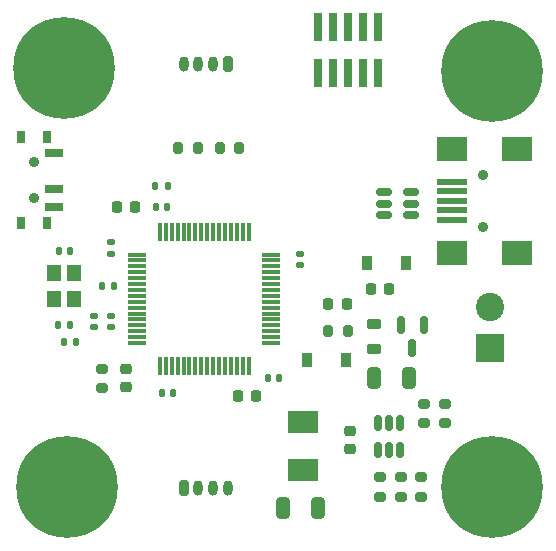
<source format=gbr>
%TF.GenerationSoftware,KiCad,Pcbnew,(6.0.5-0)*%
%TF.CreationDate,2022-07-05T17:16:21+02:00*%
%TF.ProjectId,HWCorso,4857436f-7273-46f2-9e6b-696361645f70,rev?*%
%TF.SameCoordinates,Original*%
%TF.FileFunction,Soldermask,Top*%
%TF.FilePolarity,Negative*%
%FSLAX46Y46*%
G04 Gerber Fmt 4.6, Leading zero omitted, Abs format (unit mm)*
G04 Created by KiCad (PCBNEW (6.0.5-0)) date 2022-07-05 17:16:21*
%MOMM*%
%LPD*%
G01*
G04 APERTURE LIST*
G04 Aperture macros list*
%AMRoundRect*
0 Rectangle with rounded corners*
0 $1 Rounding radius*
0 $2 $3 $4 $5 $6 $7 $8 $9 X,Y pos of 4 corners*
0 Add a 4 corners polygon primitive as box body*
4,1,4,$2,$3,$4,$5,$6,$7,$8,$9,$2,$3,0*
0 Add four circle primitives for the rounded corners*
1,1,$1+$1,$2,$3*
1,1,$1+$1,$4,$5*
1,1,$1+$1,$6,$7*
1,1,$1+$1,$8,$9*
0 Add four rect primitives between the rounded corners*
20,1,$1+$1,$2,$3,$4,$5,0*
20,1,$1+$1,$4,$5,$6,$7,0*
20,1,$1+$1,$6,$7,$8,$9,0*
20,1,$1+$1,$8,$9,$2,$3,0*%
G04 Aperture macros list end*
%ADD10R,0.740000X2.400000*%
%ADD11RoundRect,0.075000X-0.700000X-0.075000X0.700000X-0.075000X0.700000X0.075000X-0.700000X0.075000X0*%
%ADD12RoundRect,0.075000X-0.075000X-0.700000X0.075000X-0.700000X0.075000X0.700000X-0.075000X0.700000X0*%
%ADD13RoundRect,0.150000X0.150000X-0.512500X0.150000X0.512500X-0.150000X0.512500X-0.150000X-0.512500X0*%
%ADD14RoundRect,0.140000X0.140000X0.170000X-0.140000X0.170000X-0.140000X-0.170000X0.140000X-0.170000X0*%
%ADD15C,8.600000*%
%ADD16C,0.900000*%
%ADD17RoundRect,0.200000X-0.200000X-0.275000X0.200000X-0.275000X0.200000X0.275000X-0.200000X0.275000X0*%
%ADD18RoundRect,0.200000X0.275000X-0.200000X0.275000X0.200000X-0.275000X0.200000X-0.275000X-0.200000X0*%
%ADD19R,0.900000X1.200000*%
%ADD20RoundRect,0.200000X-0.275000X0.200000X-0.275000X-0.200000X0.275000X-0.200000X0.275000X0.200000X0*%
%ADD21RoundRect,0.147500X-0.147500X-0.172500X0.147500X-0.172500X0.147500X0.172500X-0.147500X0.172500X0*%
%ADD22RoundRect,0.140000X-0.140000X-0.170000X0.140000X-0.170000X0.140000X0.170000X-0.140000X0.170000X0*%
%ADD23RoundRect,0.140000X0.170000X-0.140000X0.170000X0.140000X-0.170000X0.140000X-0.170000X-0.140000X0*%
%ADD24RoundRect,0.225000X0.225000X0.250000X-0.225000X0.250000X-0.225000X-0.250000X0.225000X-0.250000X0*%
%ADD25RoundRect,0.225000X-0.225000X-0.250000X0.225000X-0.250000X0.225000X0.250000X-0.225000X0.250000X0*%
%ADD26RoundRect,0.150000X0.512500X0.150000X-0.512500X0.150000X-0.512500X-0.150000X0.512500X-0.150000X0*%
%ADD27RoundRect,0.218750X0.218750X0.256250X-0.218750X0.256250X-0.218750X-0.256250X0.218750X-0.256250X0*%
%ADD28RoundRect,0.250000X0.325000X0.650000X-0.325000X0.650000X-0.325000X-0.650000X0.325000X-0.650000X0*%
%ADD29RoundRect,0.135000X0.135000X0.185000X-0.135000X0.185000X-0.135000X-0.185000X0.135000X-0.185000X0*%
%ADD30R,2.500000X1.900000*%
%ADD31RoundRect,0.150000X-0.150000X0.587500X-0.150000X-0.587500X0.150000X-0.587500X0.150000X0.587500X0*%
%ADD32RoundRect,0.140000X-0.170000X0.140000X-0.170000X-0.140000X0.170000X-0.140000X0.170000X0.140000X0*%
%ADD33RoundRect,0.200000X-0.200000X-0.450000X0.200000X-0.450000X0.200000X0.450000X-0.200000X0.450000X0*%
%ADD34O,0.800000X1.300000*%
%ADD35R,2.500000X0.500000*%
%ADD36R,2.500000X2.000000*%
%ADD37RoundRect,0.218750X0.256250X-0.218750X0.256250X0.218750X-0.256250X0.218750X-0.256250X-0.218750X0*%
%ADD38R,1.200000X1.400000*%
%ADD39RoundRect,0.200000X0.200000X0.275000X-0.200000X0.275000X-0.200000X-0.275000X0.200000X-0.275000X0*%
%ADD40RoundRect,0.218750X-0.381250X0.218750X-0.381250X-0.218750X0.381250X-0.218750X0.381250X0.218750X0*%
%ADD41RoundRect,0.225000X0.250000X-0.225000X0.250000X0.225000X-0.250000X0.225000X-0.250000X-0.225000X0*%
%ADD42R,2.400000X2.400000*%
%ADD43C,2.400000*%
%ADD44RoundRect,0.250000X-0.325000X-0.650000X0.325000X-0.650000X0.325000X0.650000X-0.325000X0.650000X0*%
%ADD45RoundRect,0.200000X0.200000X0.450000X-0.200000X0.450000X-0.200000X-0.450000X0.200000X-0.450000X0*%
%ADD46R,0.800000X1.000000*%
%ADD47R,1.500000X0.700000*%
G04 APERTURE END LIST*
D10*
%TO.C,J4*%
X85790000Y-76050000D03*
X85790000Y-79950000D03*
X84520000Y-76050000D03*
X84520000Y-79950000D03*
X83250000Y-76050000D03*
X83250000Y-79950000D03*
X81980000Y-76050000D03*
X81980000Y-79950000D03*
X80710000Y-76050000D03*
X80710000Y-79950000D03*
%TD*%
D11*
%TO.C,U1*%
X65445000Y-95310000D03*
X65445000Y-95810000D03*
X65445000Y-96310000D03*
X65445000Y-96810000D03*
X65445000Y-97310000D03*
X65445000Y-97810000D03*
X65445000Y-98310000D03*
X65445000Y-98810000D03*
X65445000Y-99310000D03*
X65445000Y-99810000D03*
X65445000Y-100310000D03*
X65445000Y-100810000D03*
X65445000Y-101310000D03*
X65445000Y-101810000D03*
X65445000Y-102310000D03*
X65445000Y-102810000D03*
D12*
X67370000Y-104735000D03*
X67870000Y-104735000D03*
X68370000Y-104735000D03*
X68870000Y-104735000D03*
X69370000Y-104735000D03*
X69870000Y-104735000D03*
X70370000Y-104735000D03*
X70870000Y-104735000D03*
X71370000Y-104735000D03*
X71870000Y-104735000D03*
X72370000Y-104735000D03*
X72870000Y-104735000D03*
X73370000Y-104735000D03*
X73870000Y-104735000D03*
X74370000Y-104735000D03*
X74870000Y-104735000D03*
D11*
X76795000Y-102810000D03*
X76795000Y-102310000D03*
X76795000Y-101810000D03*
X76795000Y-101310000D03*
X76795000Y-100810000D03*
X76795000Y-100310000D03*
X76795000Y-99810000D03*
X76795000Y-99310000D03*
X76795000Y-98810000D03*
X76795000Y-98310000D03*
X76795000Y-97810000D03*
X76795000Y-97310000D03*
X76795000Y-96810000D03*
X76795000Y-96310000D03*
X76795000Y-95810000D03*
X76795000Y-95310000D03*
D12*
X74870000Y-93385000D03*
X74370000Y-93385000D03*
X73870000Y-93385000D03*
X73370000Y-93385000D03*
X72870000Y-93385000D03*
X72370000Y-93385000D03*
X71870000Y-93385000D03*
X71370000Y-93385000D03*
X70870000Y-93385000D03*
X70370000Y-93385000D03*
X69870000Y-93385000D03*
X69370000Y-93385000D03*
X68870000Y-93385000D03*
X68370000Y-93385000D03*
X67870000Y-93385000D03*
X67370000Y-93385000D03*
%TD*%
D13*
%TO.C,U2*%
X85800000Y-111887500D03*
X86750000Y-111887500D03*
X87700000Y-111887500D03*
X87700000Y-109612500D03*
X86750000Y-109612500D03*
X85800000Y-109612500D03*
%TD*%
D14*
%TO.C,C4*%
X68480000Y-107000000D03*
X67520000Y-107000000D03*
%TD*%
D15*
%TO.C,H3*%
X95500000Y-115000000D03*
D16*
X95500000Y-118225000D03*
X93219581Y-117280419D03*
X95500000Y-111775000D03*
X92275000Y-115000000D03*
X93219581Y-112719581D03*
X97780419Y-117280419D03*
X98725000Y-115000000D03*
X97780419Y-112719581D03*
%TD*%
D17*
%TO.C,R7*%
X68925000Y-86250000D03*
X70575000Y-86250000D03*
%TD*%
D18*
%TO.C,R2*%
X89750000Y-109575000D03*
X89750000Y-107925000D03*
%TD*%
D19*
%TO.C,D2*%
X88200000Y-96000000D03*
X84900000Y-96000000D03*
%TD*%
D20*
%TO.C,R8*%
X86000000Y-114175000D03*
X86000000Y-115825000D03*
%TD*%
%TO.C,R1*%
X62500000Y-105000000D03*
X62500000Y-106650000D03*
%TD*%
D21*
%TO.C,L1*%
X59265000Y-102750000D03*
X60235000Y-102750000D03*
%TD*%
D22*
%TO.C,C9*%
X58790000Y-95000000D03*
X59750000Y-95000000D03*
%TD*%
D20*
%TO.C,R3*%
X91500000Y-107925000D03*
X91500000Y-109575000D03*
%TD*%
D23*
%TO.C,C3*%
X63250000Y-95230000D03*
X63250000Y-94270000D03*
%TD*%
D18*
%TO.C,R9*%
X87750000Y-115825000D03*
X87750000Y-114175000D03*
%TD*%
D24*
%TO.C,C1*%
X65275000Y-91250000D03*
X63725000Y-91250000D03*
%TD*%
D20*
%TO.C,R10*%
X89500000Y-114175000D03*
X89500000Y-115825000D03*
%TD*%
D25*
%TO.C,C2*%
X73975000Y-107250000D03*
X75525000Y-107250000D03*
%TD*%
D26*
%TO.C,U3*%
X88637500Y-91950000D03*
X88637500Y-91000000D03*
X88637500Y-90050000D03*
X86362500Y-90050000D03*
X86362500Y-91000000D03*
X86362500Y-91950000D03*
%TD*%
D27*
%TO.C,F1*%
X86787500Y-98250000D03*
X85212500Y-98250000D03*
%TD*%
D28*
%TO.C,C13*%
X80725000Y-116750000D03*
X77775000Y-116750000D03*
%TD*%
D16*
%TO.C,H2*%
X57219581Y-112719581D03*
D15*
X59500000Y-115000000D03*
D16*
X56275000Y-115000000D03*
X62725000Y-115000000D03*
X61780419Y-117280419D03*
X59500000Y-111775000D03*
X61780419Y-112719581D03*
X57219581Y-117280419D03*
X59500000Y-118225000D03*
%TD*%
D29*
%TO.C,R4*%
X68010000Y-89500000D03*
X66990000Y-89500000D03*
%TD*%
D23*
%TO.C,C10*%
X63250000Y-101480000D03*
X63250000Y-100520000D03*
%TD*%
D30*
%TO.C,L2*%
X79500000Y-109450000D03*
X79500000Y-113550000D03*
%TD*%
D19*
%TO.C,D3*%
X79850000Y-104250000D03*
X83150000Y-104250000D03*
%TD*%
D31*
%TO.C,Q1*%
X89700000Y-101312500D03*
X87800000Y-101312500D03*
X88750000Y-103187500D03*
%TD*%
D22*
%TO.C,C5*%
X76520000Y-105750000D03*
X77480000Y-105750000D03*
%TD*%
D17*
%TO.C,R11*%
X81600000Y-101750000D03*
X83250000Y-101750000D03*
%TD*%
D16*
%TO.C,H1*%
X92275000Y-79750000D03*
X95500000Y-82975000D03*
X93219581Y-77469581D03*
X95500000Y-76525000D03*
X98725000Y-79750000D03*
X93219581Y-82030419D03*
X97780419Y-77469581D03*
D15*
X95500000Y-79750000D03*
D16*
X97780419Y-82030419D03*
%TD*%
D32*
%TO.C,C7*%
X79250000Y-95270000D03*
X79250000Y-96230000D03*
%TD*%
D23*
%TO.C,C8*%
X61750000Y-101460000D03*
X61750000Y-100500000D03*
%TD*%
D33*
%TO.C,J5*%
X69375000Y-115050000D03*
D34*
X70625000Y-115050000D03*
X71875000Y-115050000D03*
X73125000Y-115050000D03*
%TD*%
D16*
%TO.C,J1*%
X94725000Y-88550000D03*
X94725000Y-92950000D03*
D35*
X92125000Y-92350000D03*
X92125000Y-91550000D03*
X92125000Y-90750000D03*
X92125000Y-89950000D03*
X92125000Y-89150000D03*
D36*
X97625000Y-86350000D03*
X97625000Y-95150000D03*
X92125000Y-95150000D03*
X92125000Y-86350000D03*
%TD*%
D37*
%TO.C,D1*%
X64500000Y-106537500D03*
X64500000Y-104962500D03*
%TD*%
D38*
%TO.C,Y1*%
X58400000Y-96900000D03*
X58400000Y-99100000D03*
X60100000Y-99100000D03*
X60100000Y-96900000D03*
%TD*%
D39*
%TO.C,R5*%
X74075000Y-86250000D03*
X72425000Y-86250000D03*
%TD*%
D40*
%TO.C,FB1*%
X85500000Y-101187500D03*
X85500000Y-103312500D03*
%TD*%
D41*
%TO.C,C12*%
X83500000Y-111775000D03*
X83500000Y-110225000D03*
%TD*%
D29*
%TO.C,R6*%
X63510000Y-98000000D03*
X62490000Y-98000000D03*
%TD*%
D42*
%TO.C,J2*%
X95300000Y-103250000D03*
D43*
X95300000Y-99750000D03*
%TD*%
D44*
%TO.C,C6*%
X85525000Y-105750000D03*
X88475000Y-105750000D03*
%TD*%
D45*
%TO.C,J3*%
X73125000Y-79200000D03*
D34*
X71875000Y-79200000D03*
X70625000Y-79200000D03*
X69375000Y-79200000D03*
%TD*%
D14*
%TO.C,C11*%
X59730000Y-101250000D03*
X58770000Y-101250000D03*
%TD*%
D15*
%TO.C,H4*%
X59250000Y-79500000D03*
D16*
X56969581Y-81780419D03*
X61530419Y-77219581D03*
X56025000Y-79500000D03*
X59250000Y-82725000D03*
X56969581Y-77219581D03*
X61530419Y-81780419D03*
X62475000Y-79500000D03*
X59250000Y-76275000D03*
%TD*%
D46*
%TO.C,SW1*%
X55570000Y-92650000D03*
X55570000Y-85350000D03*
D16*
X56670000Y-87500000D03*
D46*
X57780000Y-92650000D03*
D16*
X56670000Y-90500000D03*
D46*
X57780000Y-85350000D03*
D47*
X58430000Y-86750000D03*
X58430000Y-89750000D03*
X58430000Y-91250000D03*
%TD*%
D22*
%TO.C,C14*%
X67020000Y-91250000D03*
X67980000Y-91250000D03*
%TD*%
D27*
%TO.C,D4*%
X83212500Y-99500000D03*
X81637500Y-99500000D03*
%TD*%
M02*

</source>
